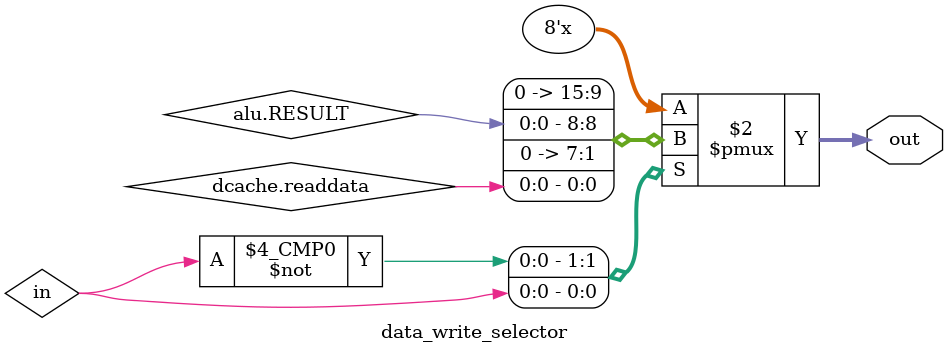
<source format=v>
`timescale 1ns / 1ps
`include "reg_file.v"
`include "alu.v"
`include "dcache.v"
`include "instruction_cache.v"

module CPU( 
  input CLOCK , RESET 
 );
    reg [31:0] PC ;

    wire [7:0] REGOUT1 , REGOUT2  ;                                                                                    // output data port
    reg [2:0] WRITEREG , READREG1 , READREG2 ;                                                                         // input output address
    reg  WRITEENABLE  = 1'b1  ;                                                                                        // write enable , clock , reset

    reg_file myregfile( dataW.out , REGOUT1 , REGOUT2 , WRITEREG , READREG1 , READREG2 , WRITEENABLE, CLOCK , RESET );    // REGISTER FILE 

    wire [7:0]  OPERAND1 ;                      // alu data1 , data2                                                     // ALU 8 bit input
    wire [7:0]  ALURESULT ;                     // alu output                                                            // ALU output
    reg  [2:0]  ALUOP ;                         // alu selector                                                          // ALU selector
      
    alu alu ( REGOUT1 , OPERAND1 , ALURESULT , ALUOP ,  );

    data_write_selector dataW( ) ;

    reg pc_cache_read ;
    reg[9:0] pc_address ; 
    instruction_cache instruction_cache(CLOCK,pc_cache_read,RESET,pc_address,,);

    wire [31:0] oneInstr  ; 
    assign oneInstr = instruction_cache.readdata ;

    // data memory 
    reg data_memory_write , data_memory_read ;
    dcache dcache ( CLOCK , RESET , data_memory_read , data_memory_write , alu.RESULT , REGOUT1 , , );

  always@( posedge RESET )                                                                              // register reset 
  begin
    #1 ;
    PC = -4 ;
    offset = 7'b0 ;
    dcache.busywait = 1'b0 ;
    alu.ZERO = 1'b0 ;

  end


 
  reg  [7:0] IMMEDIATE , TWOCOMPOUT ;                                                                   // IMMEDIATE , TWOCOMPOUT 
  reg [7:0] OPCODE , DESTINATION , SOPERAND1 , offset ;                                                 // OPCODE , DESTINATION , SOPERAND1 , jump off set  


  wire [7:0] IMMEDIATE_MUXOUT , TWO_COMP_MUX_OUT ;                                                      // IMMEDIATE , TWOCOMPOUT mux output
  reg [0:0] IMMEDIATE_MUXSELEC , TWO_COMP_MUX_SELEC ;                                                   // IMMEDIATE_MUXSELEC (0-immed , 1-2s com mux ) , TWO_COMP_MUX_SELEC (0- regout2 , 1-2s comp)

  twoscom twoscom(REGOUT2,);

   MUX IMMEDIATE_MUX ( IMMEDIATE , TWO_COMP_MUX_OUT , IMMEDIATE_MUXSELEC , OPERAND1 ) ;
   MUX TWOCOMPOUT_MUX ( REGOUT2  , twoscom.out , TWO_COMP_MUX_SELEC , TWO_COMP_MUX_OUT  ) ;
  PC_mod PC_mod(offset);

  always @( oneInstr )
  begin
    {OPCODE,DESTINATION,SOPERAND1} = oneInstr[31:8] ;     // input instruction seperate ,
    IMMEDIATE =  oneInstr[7:0] ;  
    WRITEREG = DESTINATION[2:0] ;
    offset = 7'b0 ;                                       // jump off set make zero 
    READREG1 = SOPERAND1[2:0] ;
    READREG2 = oneInstr[2:0] ;
    dataW.in <=#1 1'b0 ;
    
  
      // decode delay                                                                                                                          
    case (OPCODE[3:0])                                                                                                                                                                                                              // mux path set up , register file read address set up , trun on write enable and turn off write enable
      4'b0000 :  begin  WRITEENABLE  <= #4 1'b1  ;  IMMEDIATE_MUXSELEC <= #1 1'b0 ; ALUOP <= #1 3'b000 ;    end                                                                                           // load!  , immed mux bypass immediate , alu forwar setup
      4'b0010 :  begin  WRITEENABLE  <= #4 1'b1  ;  IMMEDIATE_MUXSELEC <= #1 1'b1 ; ALUOP <= #1 3'b001 ; TWO_COMP_MUX_SELEC <= #1 1'b0 ;  end     // add mux path set
      4'b0011 :  begin  WRITEENABLE  <= #4 1'b1  ;  IMMEDIATE_MUXSELEC <= #1 1'b1 ; ALUOP <= #1 3'b001 ; TWO_COMP_MUX_SELEC <= #1 1'b1 ;  end     // sub make second number nagative
      4'b0100 :  begin  WRITEENABLE  <= #4 1'b1  ;  IMMEDIATE_MUXSELEC <= #1 1'b1 ; ALUOP <= #1 3'b010 ; TWO_COMP_MUX_SELEC <= #1 1'b0 ;  end     // and 
      4'b0101 :  begin  WRITEENABLE  <= #4 1'b1  ;  IMMEDIATE_MUXSELEC <= #1 1'b1 ; ALUOP <= #1 3'b011 ; TWO_COMP_MUX_SELEC <= #1 1'b0 ;  end     // or
      4'b0001 :  begin  WRITEENABLE  <= #4 1'b1  ;  IMMEDIATE_MUXSELEC <= #1 1'b1 ; ALUOP <= #1 3'b000 ; TWO_COMP_MUX_SELEC <= #1 1'b0 ;  end                                // mov
      4'b0110 :  begin  offset = DESTINATION ; alu.ZERO <= #2 1'b1 ; ALUOP <= #1 3'b111 ; end// j selct mux
      4'b0111 :  begin  IMMEDIATE_MUXSELEC <= #1 1'b1 ; ALUOP <= #1 3'b001 ; TWO_COMP_MUX_SELEC <= #1 1'b1 ;  offset = DESTINATION ;   end                                  //beq , 1st and 2nd data compara inside alu , if comparador = 1  , then pc change + offset                                      // beq
      4'b1000 :  begin  WRITEENABLE <= #4 1'b1   ;  IMMEDIATE_MUXSELEC <= #1 1'b1 ; ALUOP <= #1 3'b000 ; TWO_COMP_MUX_SELEC <= #1 1'b0 ; dataW.in <=#1 1'b1 ; data_memory_read <= #3 1'b1 ; data_memory_write <= #3 1'b0 ;  end // lwd 
      4'b1001 :  begin  WRITEENABLE <= #4 1'b1   ;  IMMEDIATE_MUXSELEC <= #1 1'b0 ; ALUOP <= #1 3'b000 ; TWO_COMP_MUX_SELEC <= #1 1'b0 ; dataW.in <=#1 1'b1 ; data_memory_read <= #2 1'b1 ; data_memory_write <= #2 1'b0 ; end // lwi
      4'b1010 :  begin  IMMEDIATE_MUXSELEC <= #1 1'b1 ; ALUOP <= #1 3'b000 ; TWO_COMP_MUX_SELEC <= #1 1'b0 ; dataW.in <=#1 1'b1 ; data_memory_read <= #3 1'b0 ; data_memory_write <= #3 1'b1 ; end // swd
      4'b1011 :  begin  IMMEDIATE_MUXSELEC <= #1 1'b0 ; ALUOP <= #1 3'b000 ; TWO_COMP_MUX_SELEC <= #1 1'b0 ; dataW.in <=#1 1'b1 ; data_memory_read <= #2 1'b0 ; data_memory_write <= #2 1'b1 ; end  // swi
    endcase
                                                                                                                                       

  end
 
  
  
endmodule

module MUX(
  input [7:0] in1 , in2 ,
  input [0:0]  MUXselector ,
  output reg [7:0] out
);
  
  always@ (in1,in2,MUXselector)
  begin
    case ( MUXselector )                // mux select
      1'b0  :  out = in1 ;
      1'b1  :  out = in2 ;
    endcase
     
  end

endmodule


module PC_mod( 

  input  [7:0] offset 
 );
 
 // always@ (  )

  always@ (  posedge CPU.CLOCK   )  // stall the cpu when busywait = 1 
  begin
    
    #1 ;
    CPU.pc_cache_read = 1'b1 ; 
    if ( ~(dcache.busywait || instruction_cache.busywait )  )
      begin
          CPU.data_memory_read =  1'b0 ; CPU.data_memory_write =  1'b0 ; 
          CPU.PC[31:2] =  CPU.PC[31:2] + { 20'hfffff*offset[7] , 2'b11*offset[7] , offset[7:0] }*alu.ZERO ;  // change pc value 31-2 (only change by 4 * x  ) , 31-10 sign bit expand by 11111*sign value , ZERO is overall control gate
          CPU.offset  =  7'b0 ;         // after pc change ,  offset and zero chage again into zero 
          alu.ZERO = 1'b0 ;
          CPU.WRITEENABLE  =  1'b0  ;                            // trun off write 
          if ( ~CPU.PC[31] )
          begin
            
            CPU.pc_address = CPU.PC[31:0] ;                     // assign address
          //  @(instruction_cache.readdata)  ;
            //CPU.oneInstr   =  instruction_cache.readdata ;
           // instruction_cache.readdata = 32'b0 ;
            
          end 

          if ( ~instruction_cache.busywait  ) 
          begin  
            CPU.PC         =#1 CPU.PC + 4 ;    // pc update 
           // @( posedge CPU.CLOCK )
            CPU.pc_cache_read = 1'b0 || instruction_cache.busywait ;    // read status
          end         

      end 
        
      
  end

endmodule

module twoscom(
    input[7:0] in ,
    output reg [7:0] out  
);
    always@(in)
    begin
      out <= #1 ~in + 1'b1 ;
    end

endmodule

module data_write_selector(   //  select memory or alu out
    output reg [7:0] out 
);
    reg in ;

    always @( in , alu.RESULT , dcache.readdata )   
    begin
        case (in)
          1'b0: out = alu.RESULT ;                
          1'b1: out = dcache.readdata ; 
        endcase
    end

endmodule
</source>
